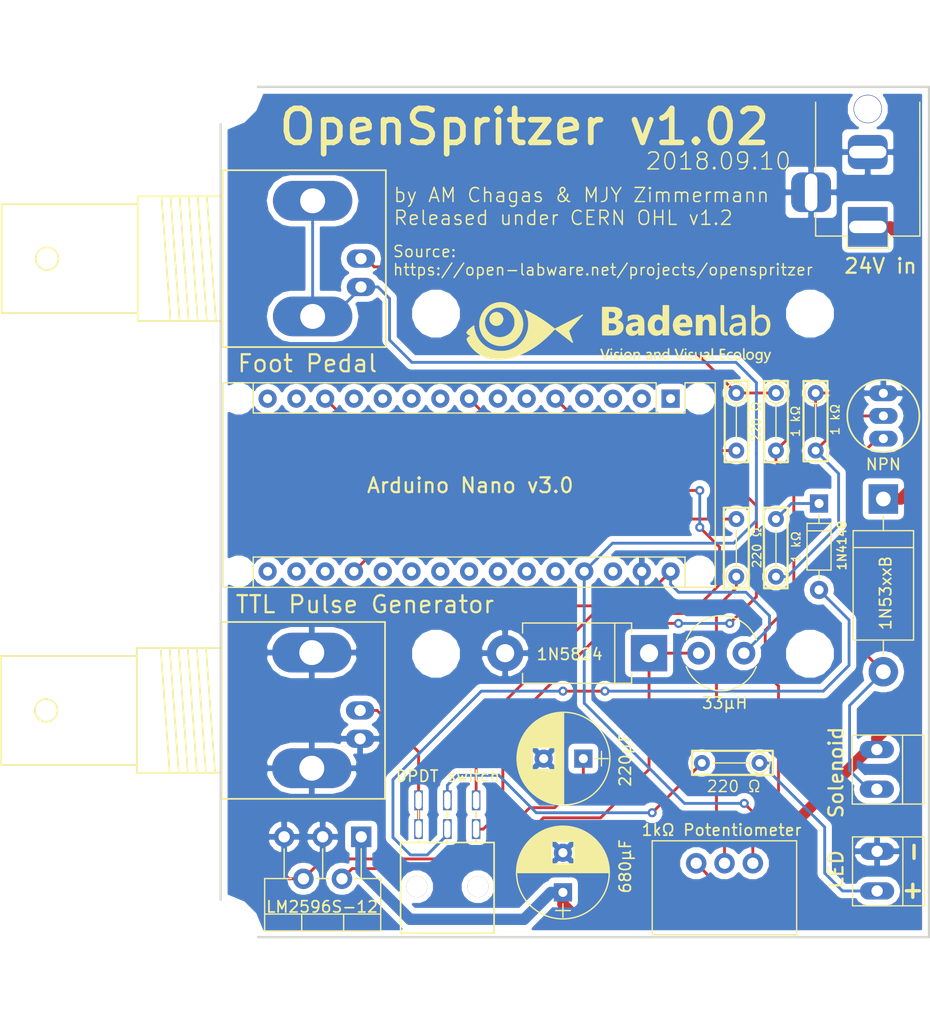
<source format=kicad_pcb>
(kicad_pcb (version 20171130) (host pcbnew "(5.0.0)")
  (layers (0 F.Cu signal) (31 B.Cu signal) (34 B.Paste user) (35 F.Paste user) (36 B.SilkS user) (37 F.SilkS user) (38 B.Mask user) (39 F.Mask user) (44 Edge.Cuts user))
  (net 0 "")
  (net 1 "Net-(A1-Pad16)")
  (net 2 "Net-(A1-Pad15)")
  (net 3 "Net-(A1-Pad30)")
  (net 4 "Net-(A1-Pad14)")
  (net 5 GNDREF)
  (net 6 "Net-(A1-Pad13)")
  (net 7 "Net-(A1-Pad28)")
  (net 8 "Net-(A1-Pad12)")
  (net 9 "Net-(A1-Pad27)")
  (net 10 "Net-(A1-Pad11)")
  (net 11 "Net-(A1-Pad26)")
  (net 12 "Net-(A1-Pad10)")
  (net 13 "Net-(A1-Pad25)")
  (net 14 "Net-(A1-Pad9)")
  (net 15 "Net-(A1-Pad24)")
  (net 16 "Net-(A1-Pad8)")
  (net 17 "Net-(A1-Pad23)")
  (net 18 "Net-(A1-Pad7)")
  (net 19 "Net-(A1-Pad22)")
  (net 20 "Net-(A1-Pad6)")
  (net 21 "Net-(A1-Pad21)")
  (net 22 "Net-(A1-Pad5)")
  (net 23 "Net-(A1-Pad20)")
  (net 24 "Net-(A1-Pad19)")
  (net 25 "Net-(A1-Pad3)")
  (net 26 "Net-(A1-Pad18)")
  (net 27 "Net-(A1-Pad2)")
  (net 28 "Net-(A1-Pad17)")
  (net 29 "Net-(A1-Pad1)")
  (net 30 "Net-(D1-Pad2)")
  (net 31 "Net-(D2-Pad2)")
  (net 32 "Net-(D2-Pad1)")
  (net 33 "Net-(D3-Pad2)")
  (net 34 "Net-(J1-Pad1)")
  (net 35 "Net-(Q1-Pad2)")
  (net 36 "Net-(R1-Pad1)")
  (net 37 "Net-(R2-Pad2)")
  (net 38 "Net-(C1-Pad1)")
  (net 39 "Net-(D4-Pad1)")
  (net 40 "Net-(A1-Pad4)")
  (net 41 "Net-(J4-Pad1)")
  (net 42 "Net-(Q1-Pad1)")
  (module Maxime:BarrelJack_Horizontal_maxime (layer F.Cu) (at 157.1 72.85 270)
    (fp_text reference "" hide)
    (fp_text value "24V in" (at 17.95 -1.125 180) (layer F.SilkS) (effects (font (size 1.3 1.3) (thickness 0.2))))
    (pad 3 thru_hole roundrect (at 11.45 5 270) (size 3.5 3.5) (drill oval 3.3 1.1) (layers *.Cu *.Mask) (net 5 GNDREF))
    (pad 2 thru_hole roundrect (at 7.9 0 270) (size 3 3.5) (drill oval 1.1 3.3) (layers *.Cu *.Mask) (net 5 GNDREF))
    (pad 1 thru_hole rect (at 14.5 0 270) (size 3.5 3.5) (drill oval 1.1 3.3) (layers *.Cu *.Mask) (net 38 "Net-(C1-Pad1)"))
    (pad 4 thru_hole circle (at 4.1 0 270) (size 2.5 2.5) (drill 2.4) (layers *.Cu *.Mask))
  )
  (module Maxime:Potentiometer (layer F.Cu) (at 144.45 143.5 270)
    (fp_text reference "" hide)
    (fp_text value "1kΩ Potentiometer" (at -2.95 0.25 180) (layer F.SilkS))
    (pad 3 thru_hole circle (at -0.02 -2.51 270) (size 1.8 1.8) (drill 1) (layers *.Cu *.Mask) (net 9 "Net-(A1-Pad27)"))
    (pad 2 thru_hole circle (at -0.02 -0.01 270) (size 1.8 1.8) (drill 1) (layers *.Cu *.Mask) (net 36 "Net-(R1-Pad1)"))
    (pad 1 thru_hole circle (at -0.02 2.49 270) (size 1.8 1.8) (drill 1) (layers *.Cu *.Mask) (net 42 "Net-(Q1-Pad1)"))
  )
  (module MountingHole:MountingHole_6.4mm_M6 (layer F.Cu) (at 100 150)
    (fp_text reference "" (at 0 -7.4) (layer F.SilkS))
    (fp_text value "")
    (pad 1 np_thru_hole circle (at 0 0) (size 6.4 6.4) (drill 6.4) (layers *.Cu *.Mask))
  )
  (module MountingHole:MountingHole_6.4mm_M6 (layer F.Cu) (at 100 75)
    (fp_text reference "" (at 0 -7.4) (layer F.SilkS))
    (fp_text value "")
    (pad 1 np_thru_hole circle (at 0 0) (size 6.4 6.4) (drill 6.4) (layers *.Cu *.Mask))
  )
  (module Maxime:OldSowjetaera_Transistor_Type-I_BigPads (layer F.Cu) (at 158.475 104.025 270)
    (fp_text reference "" hide)
    (fp_text value NPN (at 4.275 0 180) (layer F.SilkS))
    (pad 2 thru_hole oval (at 0 0 270) (size 1.4 2.5) (drill 0.8) (layers *.Cu *.Mask) (net 35 "Net-(Q1-Pad2)"))
    (pad 1 thru_hole oval (at -2 0 270) (size 1.4 2.5) (drill 0.8) (layers *.Cu *.Mask) (net 5 GNDREF))
    (pad 3 thru_hole oval (at 2 0 270) (size 1.4 2.5) (drill 0.8) (layers *.Cu *.Mask) (net 33 "Net-(D3-Pad2)"))
  )
  (module Diodes_THT:D_DO-201AD_P12.70mm_Horizontal (layer F.Cu) (at 137.8 124.95 180)
    (fp_text reference "" hide)
    (fp_text value 1N5824 (at 7 -0.1 180) (layer F.SilkS))
    (pad 1 thru_hole rect (at 0 0 180) (size 3.2 3.2) (drill 1.6) (layers *.Cu *.Mask) (net 39 "Net-(D4-Pad1)"))
    (pad 2 thru_hole oval (at 12.7 0 180) (size 3.2 3.2) (drill 1.6) (layers *.Cu *.Mask) (net 5 GNDREF))
  )
  (module Maxime:maxi_DPDT_Angled (layer F.Cu) (at 120 149.65)
    (fp_text reference "" hide)
    (fp_text value "DPDT switch" (at 0.05 -13.85 180) (layer F.SilkS))
    (pad 1 thru_hole rect (at -2.54 -11.72) (size 0.75 1.75) (drill oval 0.55 1.55) (layers *.Cu *.Mask) (net 41 "Net-(J4-Pad1)"))
    (pad 2 thru_hole rect (at 0 -11.72) (size 0.75 1.75) (drill oval 0.55 1.55) (layers *.Cu *.Mask) (net 37 "Net-(R2-Pad2)"))
    (pad 3 thru_hole rect (at 2.54 -11.72) (size 0.75 1.75) (drill oval 0.55 1.55) (layers *.Cu *.Mask) (net 6 "Net-(A1-Pad13)"))
    (pad 4 thru_hole rect (at -2.54 -9.18) (size 0.75 1.75) (drill oval 0.55 1.55) (layers *.Cu *.Mask) (net 41 "Net-(J4-Pad1)"))
    (pad 5 thru_hole rect (at 0 -9.18) (size 0.75 1.75) (drill oval 0.55 1.55) (layers *.Cu *.Mask) (net 31 "Net-(D2-Pad2)"))
    (pad 6 thru_hole rect (at 2.54 -9.18) (size 0.75 1.75) (drill oval 0.55 1.55) (layers *.Cu *.Mask) (net 16 "Net-(A1-Pad8)"))
    (pad 7 thru_hole circle (at -2.7 -4.1) (size 1.85 1.85) (drill 1.85) (layers *.Cu *.Mask))
    (pad 8 thru_hole circle (at 2.7 -4.1) (size 1.85 1.85) (drill 1.85) (layers *.Cu *.Mask))
  )
  (module Capacitors_THT:CP_Radial_D8.0mm_P3.50mm (layer F.Cu) (at 130.2 146.05 90)
    (fp_text reference "" hide)
    (fp_text value 680μF (at 2.3 5.5 90) (layer F.SilkS))
    (pad 1 thru_hole rect (at 0 0 90) (size 1.6 1.6) (drill 0.8) (layers *.Cu *.Mask) (net 38 "Net-(C1-Pad1)"))
    (pad 2 thru_hole circle (at 3.5 0 90) (size 1.6 1.6) (drill 0.8) (layers *.Cu *.Mask) (net 5 GNDREF))
  )
  (module Resistor_THT:R_Axial_DIN0204_L3.6mm_D1.6mm_P5.08mm_Vertical (layer F.Cu) (at 145.5 102 270)
    (fp_text reference "" (at 2.54 -1.92 270) (layer F.SilkS))
    (fp_text value "220 Ω" (at 2.55 -1.75 270) (layer F.SilkS) (effects (font (size 0.75 0.75) (thickness 0.125))))
    (pad 2 thru_hole oval (at 5.08 0 270) (size 1.4 1.4) (drill 0.7) (layers *.Cu *.Mask) (net 22 "Net-(A1-Pad5)"))
    (pad 1 thru_hole circle (at 0 0 270) (size 1.4 1.4) (drill 0.7) (layers *.Cu *.Mask) (net 34 "Net-(J1-Pad1)"))
  )
  (module Resistor_THT:R_Axial_DIN0204_L3.6mm_D1.6mm_P5.08mm_Vertical (layer F.Cu) (at 149 102 270)
    (fp_text reference "" (at 2.54 -1.92 270) (layer F.SilkS))
    (fp_text value "1 kΩ" (at 2.5 -1.725 270) (layer F.SilkS) (effects (font (size 0.75 0.75) (thickness 0.125))))
    (pad 2 thru_hole oval (at 5.08 0 270) (size 1.4 1.4) (drill 0.7) (layers *.Cu *.Mask) (net 42 "Net-(Q1-Pad1)"))
    (pad 1 thru_hole circle (at 0 0 270) (size 1.4 1.4) (drill 0.7) (layers *.Cu *.Mask) (net 34 "Net-(J1-Pad1)"))
  )
  (module Resistor_THT:R_Axial_DIN0204_L3.6mm_D1.6mm_P5.08mm_Vertical (layer F.Cu) (at 152.5 102 270)
    (fp_text reference "" (at 2.54 -1.92 270) (layer F.SilkS))
    (fp_text value "1 kΩ" (at 2.35 -1.725 270) (layer F.SilkS) (effects (font (size 0.75 0.75) (thickness 0.125))))
    (pad 2 thru_hole oval (at 5.08 0 270) (size 1.4 1.4) (drill 0.7) (layers *.Cu *.Mask) (net 35 "Net-(Q1-Pad2)"))
    (pad 1 thru_hole circle (at 0 0 270) (size 1.4 1.4) (drill 0.7) (layers *.Cu *.Mask) (net 42 "Net-(Q1-Pad1)"))
  )
  (module Resistor_THT:R_Axial_DIN0204_L3.6mm_D1.6mm_P5.08mm_Vertical (layer F.Cu) (at 149 118.2 90)
    (fp_text reference "" (at 2.54 -1.92 90) (layer F.SilkS))
    (fp_text value "1 kΩ" (at 2.625 1.775 270) (layer F.SilkS) (effects (font (size 0.75 0.75) (thickness 0.125))))
    (pad 2 thru_hole oval (at 5.08 0 90) (size 1.4 1.4) (drill 0.7) (layers *.Cu *.Mask) (net 32 "Net-(D2-Pad1)"))
    (pad 1 thru_hole circle (at 0 0 90) (size 1.4 1.4) (drill 0.7) (layers *.Cu *.Mask) (net 35 "Net-(Q1-Pad2)"))
  )
  (module Resistor_THT:R_Axial_DIN0204_L3.6mm_D1.6mm_P5.08mm_Vertical (layer F.Cu) (at 145.5 118.2 90)
    (fp_text reference "" (at 2.54 -1.92 90) (layer F.SilkS))
    (fp_text value "220 Ω" (at 2.55 1.825 270) (layer F.SilkS) (effects (font (size 0.75 0.75) (thickness 0.125))))
    (pad 2 thru_hole oval (at 5.08 0 90) (size 1.4 1.4) (drill 0.7) (layers *.Cu *.Mask) (net 24 "Net-(A1-Pad19)"))
    (pad 1 thru_hole circle (at 0 0 90) (size 1.4 1.4) (drill 0.7) (layers *.Cu *.Mask) (net 36 "Net-(R1-Pad1)"))
  )
  (module Capacitors_THT:CP_Radial_D8.0mm_P3.50mm (layer F.Cu) (at 132 134.25 180)
    (fp_text reference "" hide)
    (fp_text value 220μF (at -3.7 -0.1 90) (layer F.SilkS))
    (pad 2 thru_hole circle (at 3.5 0 180) (size 1.6 1.6) (drill 0.8) (layers *.Cu *.Mask) (net 5 GNDREF))
    (pad 1 thru_hole rect (at 0 0 180) (size 1.6 1.6) (drill 0.8) (layers *.Cu *.Mask) (net 3 "Net-(A1-Pad30)"))
  )
  (module Resistor_THT:R_Axial_DIN0204_L3.6mm_D1.6mm_P5.08mm_Vertical (layer F.Cu) (at 147.545479 134.63452 180)
    (fp_text reference "" (at 2.54 -1.92 180) (layer F.SilkS))
    (fp_text value "220 Ω" (at 2.270479 -2.06548 180) (layer F.SilkS) (effects (font (thickness 0.125))))
    (pad 2 thru_hole oval (at 5.08 0 180) (size 1.4 1.4) (drill 0.7) (layers *.Cu *.Mask) (net 37 "Net-(R2-Pad2)"))
    (pad 1 thru_hole circle (at 0 0 180) (size 1.4 1.4) (drill 0.7) (layers *.Cu *.Mask) (net 30 "Net-(D1-Pad2)"))
  )
  (module Mounting_Holes:MountingHole_3.2mm_M3 (layer F.Cu) (at 119 95)
    (fp_text reference "" hide)
    (fp_text value "")
    (pad 1 np_thru_hole circle (at 0 0) (size 3.2 3.2) (drill 3.2) (layers *.Cu *.Mask))
  )
  (module Mounting_Holes:MountingHole_3.2mm_M3 (layer F.Cu) (at 119 125 90)
    (fp_text reference "" hide)
    (fp_text value "")
    (pad 1 np_thru_hole circle (at 0 0 90) (size 3.2 3.2) (drill 3.2) (layers *.Cu *.Mask))
  )
  (module Maxime:maxi_PINHEAD1-2 (layer F.Cu) (at 158.925 142.425 270)
    (fp_text reference "" hide)
    (fp_text value LED (at 1.6 4.625 90) (layer F.SilkS) (effects (font (size 1.25 1.25) (thickness 0.2))))
    (pad 1 thru_hole oval (at 0 1 270) (size 1.51 3.01) (drill 1) (layers *.Cu *.Mask) (net 5 GNDREF))
    (pad 2 thru_hole oval (at 3.5 1 270) (size 1.51 3.01) (drill 1) (layers *.Cu *.Mask) (net 30 "Net-(D1-Pad2)"))
  )
  (module Maxime:maxi_PINHEAD1-2 (layer F.Cu) (at 158.9 133.45 270)
    (fp_text reference "" hide)
    (fp_text value Solenoid (at 2.025 4.6 90) (layer F.SilkS) (effects (font (size 1.25 1.25) (thickness 0.2))))
    (pad 2 thru_hole oval (at 3.5 1 270) (size 1.51 3.01) (drill 1) (layers *.Cu *.Mask) (net 33 "Net-(D3-Pad2)"))
    (pad 1 thru_hole oval (at 0 1 270) (size 1.51 3.01) (drill 1) (layers *.Cu *.Mask) (net 38 "Net-(C1-Pad1)"))
  )
  (module Maxime:BNC_Socket_TYCO-AMP_LargePads (layer F.Cu) (at 107.375 90.15 90)
    (fp_text reference "" (at 0.508 9.652 90) (layer F.SilkS))
    (fp_text value "Foot Pedal" (at -9.25 0.275 180) (layer F.SilkS) (effects (font (size 1.5 1.5) (thickness 0.2))))
    (pad 2 thru_hole oval (at -5.09778 0.7366 90) (size 3.50012 7.00024) (drill 2.19964) (layers *.Cu *.Mask) (net 9 "Net-(A1-Pad27)"))
    (pad 2 thru_hole oval (at 5.10032 0.7366 90) (size 3.50012 7.00024) (drill 2.19964) (layers *.Cu *.Mask) (net 9 "Net-(A1-Pad27)"))
    (pad 1 thru_hole oval (at 0 5.00126 90) (size 1.6002 2.49936) (drill 1.00076) (layers *.Cu *.Mask) (net 34 "Net-(J1-Pad1)"))
    (pad 2 thru_hole oval (at -2.49936 5.00126 90) (size 1.6002 2.49936) (drill 1.00076) (layers *.Cu *.Mask) (net 9 "Net-(A1-Pad27)"))
  )
  (module Modules:Arduino_Nano_WithMountingHoles (layer F.Cu) (at 139.7 102.5 270)
    (fp_text reference "" hide)
    (fp_text value "Arduino Nano v3.0" (at 7.65 17.675) (layer F.SilkS) (effects (font (size 1.3 1.3) (thickness 0.2))))
    (pad 1 thru_hole rect (at 0 0 270) (size 1.6 1.6) (drill 0.8) (layers *.Cu *.Mask) (net 29 "Net-(A1-Pad1)"))
    (pad 17 thru_hole oval (at 15.24 33.02 270) (size 1.6 1.6) (drill 0.8) (layers *.Cu *.Mask) (net 28 "Net-(A1-Pad17)"))
    (pad 2 thru_hole oval (at 0 2.54 270) (size 1.6 1.6) (drill 0.8) (layers *.Cu *.Mask) (net 27 "Net-(A1-Pad2)"))
    (pad 18 thru_hole oval (at 15.24 30.48 270) (size 1.6 1.6) (drill 0.8) (layers *.Cu *.Mask) (net 26 "Net-(A1-Pad18)"))
    (pad 3 thru_hole oval (at 0 5.08 270) (size 1.6 1.6) (drill 0.8) (layers *.Cu *.Mask) (net 25 "Net-(A1-Pad3)"))
    (pad 19 thru_hole oval (at 15.24 27.94 270) (size 1.6 1.6) (drill 0.8) (layers *.Cu *.Mask) (net 24 "Net-(A1-Pad19)"))
    (pad 4 thru_hole oval (at 0 7.62 270) (size 1.6 1.6) (drill 0.8) (layers *.Cu *.Mask) (net 40 "Net-(A1-Pad4)"))
    (pad 20 thru_hole oval (at 15.24 25.4 270) (size 1.6 1.6) (drill 0.8) (layers *.Cu *.Mask) (net 23 "Net-(A1-Pad20)"))
    (pad 5 thru_hole oval (at 0 10.16 270) (size 1.6 1.6) (drill 0.8) (layers *.Cu *.Mask) (net 22 "Net-(A1-Pad5)"))
    (pad 21 thru_hole oval (at 15.24 22.86 270) (size 1.6 1.6) (drill 0.8) (layers *.Cu *.Mask) (net 21 "Net-(A1-Pad21)"))
    (pad 6 thru_hole oval (at 0 12.7 270) (size 1.6 1.6) (drill 0.8) (layers *.Cu *.Mask) (net 20 "Net-(A1-Pad6)"))
    (pad 22 thru_hole oval (at 15.24 20.32 270) (size 1.6 1.6) (drill 0.8) (layers *.Cu *.Mask) (net 19 "Net-(A1-Pad22)"))
    (pad 7 thru_hole oval (at 0 15.24 270) (size 1.6 1.6) (drill 0.8) (layers *.Cu *.Mask) (net 18 "Net-(A1-Pad7)"))
    (pad 23 thru_hole oval (at 15.24 17.78 270) (size 1.6 1.6) (drill 0.8) (layers *.Cu *.Mask) (net 17 "Net-(A1-Pad23)"))
    (pad 8 thru_hole oval (at 0 17.78 270) (size 1.6 1.6) (drill 0.8) (layers *.Cu *.Mask) (net 16 "Net-(A1-Pad8)"))
    (pad 24 thru_hole oval (at 15.24 15.24 270) (size 1.6 1.6) (drill 0.8) (layers *.Cu *.Mask) (net 15 "Net-(A1-Pad24)"))
    (pad 9 thru_hole oval (at 0 20.32 270) (size 1.6 1.6) (drill 0.8) (layers *.Cu *.Mask) (net 14 "Net-(A1-Pad9)"))
    (pad 25 thru_hole oval (at 15.24 12.7 270) (size 1.6 1.6) (drill 0.8) (layers *.Cu *.Mask) (net 13 "Net-(A1-Pad25)"))
    (pad 10 thru_hole oval (at 0 22.86 270) (size 1.6 1.6) (drill 0.8) (layers *.Cu *.Mask) (net 12 "Net-(A1-Pad10)"))
    (pad 26 thru_hole oval (at 15.24 10.16 270) (size 1.6 1.6) (drill 0.8) (layers *.Cu *.Mask) (net 11 "Net-(A1-Pad26)"))
    (pad 11 thru_hole oval (at 0 25.4 270) (size 1.6 1.6) (drill 0.8) (layers *.Cu *.Mask) (net 10 "Net-(A1-Pad11)"))
    (pad 27 thru_hole oval (at 15.24 7.62 270) (size 1.6 1.6) (drill 0.8) (layers *.Cu *.Mask) (net 9 "Net-(A1-Pad27)"))
    (pad 12 thru_hole oval (at 0 27.94 270) (size 1.6 1.6) (drill 0.8) (layers *.Cu *.Mask) (net 8 "Net-(A1-Pad12)"))
    (pad 28 thru_hole oval (at 15.24 5.08 270) (size 1.6 1.6) (drill 0.8) (layers *.Cu *.Mask) (net 7 "Net-(A1-Pad28)"))
    (pad 13 thru_hole oval (at 0 30.48 270) (size 1.6 1.6) (drill 0.8) (layers *.Cu *.Mask) (net 6 "Net-(A1-Pad13)"))
    (pad 29 thru_hole oval (at 15.24 2.54 270) (size 1.6 1.6) (drill 0.8) (layers *.Cu *.Mask) (net 5 GNDREF))
    (pad 14 thru_hole oval (at 0 33.02 270) (size 1.6 1.6) (drill 0.8) (layers *.Cu *.Mask) (net 4 "Net-(A1-Pad14)"))
    (pad 30 thru_hole oval (at 15.24 0 270) (size 1.6 1.6) (drill 0.8) (layers *.Cu *.Mask) (net 3 "Net-(A1-Pad30)"))
    (pad 15 thru_hole oval (at 0 35.56 270) (size 1.6 1.6) (drill 0.8) (layers *.Cu *.Mask) (net 2 "Net-(A1-Pad15)"))
    (pad 16 thru_hole oval (at 15.24 35.56 270) (size 1.6 1.6) (drill 0.8) (layers *.Cu *.Mask) (net 1 "Net-(A1-Pad16)"))
    (pad "" np_thru_hole circle (at 0 -2.54 270) (size 1.78 1.78) (drill 1.78) (layers *.Cu *.Mask))
    (pad "" np_thru_hole circle (at 15.24 -2.54 270) (size 1.78 1.78) (drill 1.78) (layers *.Cu *.Mask))
    (pad "" np_thru_hole circle (at 15.24 38.1 270) (size 1.78 1.78) (drill 1.78) (layers *.Cu *.Mask))
    (pad "" np_thru_hole circle (at 0 38.1 270) (size 1.78 1.78) (drill 1.78) (layers *.Cu *.Mask))
  )
  (module Diodes_THT:D_DO-35_SOD27_P7.62mm_Horizontal (layer F.Cu) (at 152.8 111.75 270)
    (fp_text reference "" hide)
    (fp_text value 1N4148 (at 3.7 -2.025 270) (layer F.SilkS) (effects (font (size 0.75 0.75))))
    (pad 1 thru_hole rect (at 0 0 270) (size 1.6 1.6) (drill 0.8) (layers *.Cu *.Mask) (net 32 "Net-(D2-Pad1)"))
    (pad 2 thru_hole oval (at 7.62 0 270) (size 1.6 1.6) (drill 0.8) (layers *.Cu *.Mask) (net 31 "Net-(D2-Pad2)"))
  )
  (module Diodes_THT:D_DO-201_P15.24mm_Horizontal (layer F.Cu) (at 158.475 111.35 270)
    (fp_text reference "" hide)
    (fp_text value 1N53xxB (at 8.3 -0.2 270) (layer F.SilkS))
    (pad 1 thru_hole rect (at 0 0 270) (size 2.6 2.6) (drill 1.3) (layers *.Cu *.Mask) (net 38 "Net-(C1-Pad1)"))
    (pad 2 thru_hole oval (at 15.24 0 270) (size 2.6 2.6) (drill 1.3) (layers *.Cu *.Mask) (net 33 "Net-(D3-Pad2)"))
  )
  (module Mounting_Holes:MountingHole_3.2mm_M3 (layer F.Cu) (at 152 95)
    (fp_text reference "" (at 0 -4.2) (layer F.SilkS))
    (fp_text value "" hide)
    (pad 1 np_thru_hole circle (at 0 0) (size 3.2 3.2) (drill 3.2) (layers *.Cu *.Mask))
  )
  (module Inductors_THT:L_Radial_D6.0mm_P4.00mm (layer F.Cu) (at 146.175 124.95 180)
    (fp_text reference "" hide)
    (fp_text value 33μH (at 1.7 -4.4) (layer F.SilkS))
    (pad 1 thru_hole circle (at 0 0 180) (size 2 2) (drill 1) (layers *.Cu *.Mask) (net 3 "Net-(A1-Pad30)"))
    (pad 2 thru_hole circle (at 4 0 180) (size 2 2) (drill 1) (layers *.Cu *.Mask) (net 39 "Net-(D4-Pad1)"))
  )
  (module TO_SOT_Packages_THT:TO-220-5_Vertical_StaggeredType1 (layer F.Cu) (at 112.4 141.15 180)
    (fp_text reference "" hide)
    (fp_text value LM2596S-12 (at 3.45 -6.175) (layer F.SilkS))
    (pad 1 thru_hole rect (at 0 0 180) (size 1.8 1.8) (drill 1) (layers *.Cu *.Mask) (net 38 "Net-(C1-Pad1)"))
    (pad 2 thru_hole oval (at 1.7 -3.7 180) (size 1.8 1.8) (drill 1) (layers *.Cu *.Mask) (net 39 "Net-(D4-Pad1)"))
    (pad 3 thru_hole oval (at 3.4 0 180) (size 1.8 1.8) (drill 1) (layers *.Cu *.Mask) (net 5 GNDREF))
    (pad 4 thru_hole oval (at 5.1 -3.7 180) (size 1.8 1.8) (drill 1) (layers *.Cu *.Mask) (net 3 "Net-(A1-Pad30)"))
    (pad 5 thru_hole oval (at 6.8 0 180) (size 1.8 1.8) (drill 1) (layers *.Cu *.Mask) (net 5 GNDREF))
  )
  (module Mounting_Holes:MountingHole_3.2mm_M3 (layer F.Cu) (at 152 125)
    (fp_text reference "" hide)
    (fp_text value "")
    (pad 1 np_thru_hole circle (at 0 0) (size 3.2 3.2) (drill 3.2) (layers *.Cu *.Mask))
  )
  (module Maxime:BNC_Socket_TYCO-AMP_LargePads (layer F.Cu) (at 107.3 130 90)
    (fp_text reference "" (at 0.508 9.652 90) (layer F.SilkS))
    (fp_text value "TTL Pulse Generator" (at 9.35 5.425 180) (layer F.SilkS) (effects (font (size 1.5 1.5) (thickness 0.2))))
    (pad 2 thru_hole oval (at -2.49936 5.00126 90) (size 1.6002 2.49936) (drill 1.00076) (layers *.Cu *.Mask) (net 5 GNDREF))
    (pad 1 thru_hole oval (at 0 5.00126 90) (size 1.6002 2.49936) (drill 1.00076) (layers *.Cu *.Mask) (net 41 "Net-(J4-Pad1)"))
    (pad 2 thru_hole oval (at 5.10032 0.7366 90) (size 3.50012 7.00024) (drill 2.19964) (layers *.Cu *.Mask) (net 5 GNDREF))
    (pad 2 thru_hole oval (at -5.09778 0.7366 90) (size 3.50012 7.00024) (drill 2.19964) (layers *.Cu *.Mask) (net 5 GNDREF))
  )
  (module "Maxime:new_logo 2500" (layer F.Cu) (at 135.275 96.9)
    (fp_text reference "" hide)
    (fp_text value "" hide)
  )
  (gr_line (start 151.43 108.025) (end 151.43 100.95) (layer F.SilkS) (width 0.2))
  (gr_line (start 153.55 108.025) (end 151.45 108.025) (layer F.SilkS) (width 0.2))
  (gr_line (start 153.55 107.975) (end 153.55 108.025) (layer F.SilkS) (width 0.2))
  (gr_line (start 153.55 100.95) (end 153.55 107.975) (layer F.SilkS) (width 0.2))
  (gr_line (start 151.425 100.95) (end 153.55 100.95) (layer F.SilkS) (width 0.2))
  (gr_line (start 147.95 108.075) (end 147.95 100.975) (layer F.SilkS) (width 0.2))
  (gr_line (start 150.05 108.1) (end 148 108.1) (layer F.SilkS) (width 0.2))
  (gr_line (start 150.05 100.95) (end 150.05 108.075) (layer F.SilkS) (width 0.2))
  (gr_line (start 148 100.95) (end 150.05 100.95) (layer F.SilkS) (width 0.2))
  (gr_line (start 144.525 100.925) (end 144.475 100.925) (layer F.SilkS) (width 0.2))
  (gr_line (start 146.55 100.925) (end 144.525 100.925) (layer F.SilkS) (width 0.2))
  (gr_line (start 146.55 108.1) (end 146.55 100.925) (layer F.SilkS) (width 0.2))
  (gr_line (start 144.475 108.1) (end 146.55 108.1) (layer F.SilkS) (width 0.2))
  (gr_line (start 144.475 108.05) (end 144.475 108.1) (layer F.SilkS) (width 0.2))
  (gr_line (start 144.475 108.025) (end 144.475 108.05) (layer F.SilkS) (width 0.2))
  (gr_line (start 144.475 100.95) (end 144.475 108.025) (layer F.SilkS) (width 0.2))
  (gr_line (start 148.720479 135.68452) (end 141.620479 135.68452) (layer F.SilkS) (width 0.2))
  (gr_line (start 148.720479 135.65952) (end 148.720479 135.68452) (layer F.SilkS) (width 0.2))
  (gr_line (start 148.720479 133.55952) (end 148.720479 135.65952) (layer F.SilkS) (width 0.2))
  (gr_line (start 141.620479 133.55952) (end 148.695479 133.55952) (layer F.SilkS) (width 0.2))
  (gr_line (start 141.595479 135.68452) (end 141.595479 133.55952) (layer F.SilkS) (width 0.2))
  (gr_line (start 147.95 119.225) (end 147.925 112.125) (layer F.SilkS) (width 0.2))
  (gr_line (start 150.025 119.225) (end 147.95 119.225) (layer F.SilkS) (width 0.2))
  (gr_line (start 150.025 112.125) (end 150.025 119.225) (layer F.SilkS) (width 0.2))
  (gr_line (start 147.95 112.125) (end 150.025 112.125) (layer F.SilkS) (width 0.2))
  (gr_line (start 144.4 112.125) (end 146.6 112.125) (layer F.SilkS) (width 0.2))
  (gr_line (start 146.6 119.25) (end 146.6 112.15) (layer F.SilkS) (width 0.2))
  (gr_line (start 144.4 119.25) (end 146.6 119.25) (layer F.SilkS) (width 0.2))
  (gr_line (start 144.4 112.15) (end 144.4 119.25) (layer F.SilkS) (width 0.2))
  (gr_text 2018.09.10 (at 137.4 81.55) (layer F.SilkS) (effects (font (size 1.5 1.5) (thickness 0.125)) (justify left)))
  (gr_text "by AM Chagas & MJY Zimmermann\nReleased under CERN OHL v1.2" (at 115.175 85.55) (layer F.SilkS) (effects (font (size 1.25 1.25) (thickness 0.125)) (justify left)))
  (gr_text "Source:\nhttps://open-labware.net/projects/openspritzer" (at 115.125 90.325) (layer F.SilkS) (effects (font (size 1 1) (thickness 0.125)) (justify left)))
  (gr_text "OpenSpritzer v1.02\n\n" (at 126.8 80.95) (layer F.SilkS) (effects (font (size 3 3) (thickness 0.5))))
  (gr_line (start 100 75) (end 100 150) (layer Edge.Cuts) (width 0.2))
  (gr_line (start 100 75) (end 162.5 75) (layer Edge.Cuts) (width 0.2))
  (gr_line (start 162.5 75) (end 162.5 150) (layer Edge.Cuts) (width 0.2))
  (gr_line (start 100 150) (end 162.5 150) (layer Edge.Cuts) (width 0.2))
  (target plus (at 100.013005 150.025366) (size 5) (width 0.15) (layer Edge.Cuts))
  (gr_text + (at 161.075 145.8) (layer F.SilkS) (effects (font (size 1.5 1.5) (thickness 0.3))))
  (gr_text - (at 161.075 142.475 90) (layer F.SilkS) (effects (font (size 1.5 1.5) (thickness 0.3)) (justify mirror)))
  (segment (start 136.665 120.775) (end 139.7 117.74) (width 0.25) (layer F.Cu) (net 3))
  (segment (start 105.9 120.775) (end 136.665 120.775) (width 0.25) (layer F.Cu) (net 3))
  (segment (start 102.625 124.05) (end 105.9 120.775) (width 0.25) (layer F.Cu) (net 3))
  (segment (start 102.625 141.447792) (end 102.625 124.05) (width 0.25) (layer F.Cu) (net 3))
  (segment (start 107.3 144.85) (end 106.027208 144.85) (width 0.25) (layer F.Cu) (net 3))
  (segment (start 106.027208 144.85) (end 102.625 141.447792) (width 0.25) (layer F.Cu) (net 3))
  (segment (start 146.175 124.215) (end 146.175 124.95) (width 0.25) (layer F.Cu) (net 3))
  (segment (start 146.175 124.215) (end 146.175 124.95) (width 0.25) (layer B.Cu) (net 3))
  (segment (start 132 134.25) (end 132 136.05) (width 0.25) (layer F.Cu) (net 3))
  (segment (start 132 136.05) (end 129.475 138.575) (width 0.25) (layer F.Cu) (net 3))
  (segment (start 129.475 138.575) (end 127.275 138.575) (width 0.25) (layer F.Cu) (net 3))
  (segment (start 127.275 138.575) (end 122.75 143.1) (width 0.25) (layer F.Cu) (net 3))
  (segment (start 109.05 143.1) (end 107.3 144.85) (width 0.25) (layer F.Cu) (net 3))
  (segment (start 122.75 143.1) (end 109.05 143.1) (width 0.25) (layer F.Cu) (net 3))
  (segment (start 139.7 118.87137) (end 140.40363 119.575) (width 0.25) (layer B.Cu) (net 3))
  (segment (start 139.7 117.74) (end 139.7 118.87137) (width 0.25) (layer B.Cu) (net 3))
  (segment (start 140.40363 119.575) (end 146.35 119.575) (width 0.25) (layer B.Cu) (net 3))
  (segment (start 146.35 119.575) (end 148.425 121.65) (width 0.25) (layer B.Cu) (net 3))
  (segment (start 148.425 122.7) (end 146.175 124.95) (width 0.25) (layer B.Cu) (net 3))
  (segment (start 148.425 121.65) (end 148.425 122.7) (width 0.25) (layer B.Cu) (net 3))
  (segment (start 152.1 84.3) (end 152.1 86.15) (width 0.25) (layer F.Cu) (net 5))
  (segment (start 109.187166 101.007998) (end 143.974998 101.007998) (width 0.25) (layer B.Cu) (net 5))
  (segment (start 109.22 102.5) (end 117.32 110.6) (width 0.25) (layer F.Cu) (net 6))
  (segment (start 122.54 137.93) (end 122.54 131.735) (width 0.25) (layer F.Cu) (net 6))
  (segment (start 122.54 131.735) (end 129.7 124.575) (width 0.25) (layer F.Cu) (net 6))
  (segment (start 129.7 124.575) (end 129.725 124.575) (width 0.25) (layer F.Cu) (net 6))
  (segment (start 144.025 115.6) (end 142.275 113.85) (width 0.25) (layer F.Cu) (net 6))
  (segment (start 142.275 113.85) (end 142.275 113.85) (width 0.25) (layer F.Cu) (net 6))
  (via (at 142.275 113.85) (size 0.8) (drill 0.4) (layers F.Cu B.Cu) (net 6))
  (via (at 142.275 110.6) (size 0.8) (drill 0.4) (layers F.Cu B.Cu) (net 6))
  (segment (start 117.32 110.6) (end 142.275 110.6) (width 0.25) (layer F.Cu) (net 6))
  (segment (start 142.275 110.6) (end 142.275 113.85) (width 0.25) (layer B.Cu) (net 6))
  (segment (start 129.775 124.575) (end 132.9 121.45) (width 0.25) (layer F.Cu) (net 6))
  (segment (start 129.7 124.575) (end 129.775 124.575) (width 0.25) (layer F.Cu) (net 6))
  (segment (start 141.475 121.45) (end 144.025 118.9) (width 0.25) (layer F.Cu) (net 6))
  (segment (start 132.9 121.45) (end 141.475 121.45) (width 0.25) (layer F.Cu) (net 6))
  (segment (start 144.025 118.9) (end 144.025 115.6) (width 0.25) (layer F.Cu) (net 6))
  (segment (start 108.1116 87.04974) (end 108.1116 95.24778) (width 0.25) (layer B.Cu) (net 9))
  (segment (start 108.1116 85.04968) (end 108.1116 87.04974) (width 0.25) (layer B.Cu) (net 9))
  (segment (start 112.37626 92.73318) (end 112.37626 92.64936) (width 0.25) (layer B.Cu) (net 9))
  (segment (start 109.86166 95.24778) (end 112.37626 92.73318) (width 0.25) (layer B.Cu) (net 9))
  (segment (start 108.1116 95.24778) (end 109.86166 95.24778) (width 0.25) (layer B.Cu) (net 9))
  (segment (start 113.87594 92.64936) (end 114.9 93.67342) (width 0.25) (layer B.Cu) (net 9))
  (segment (start 112.37626 92.64936) (end 113.87594 92.64936) (width 0.25) (layer B.Cu) (net 9))
  (segment (start 114.9 93.67342) (end 114.9 97.325) (width 0.25) (layer B.Cu) (net 9))
  (segment (start 114.9 97.325) (end 116.875 99.3) (width 0.25) (layer B.Cu) (net 9))
  (segment (start 116.875 99.3) (end 145.475 99.3) (width 0.25) (layer B.Cu) (net 9))
  (segment (start 145.475 99.3) (end 147.275 101.1) (width 0.25) (layer B.Cu) (net 9))
  (segment (start 132.08 117.74) (end 132.08 129.38) (width 0.25) (layer B.Cu) (net 9))
  (segment (start 147.275 113.25) (end 147.275 107.325) (width 0.25) (layer B.Cu) (net 9))
  (segment (start 145.275 115.25) (end 147.275 113.25) (width 0.25) (layer B.Cu) (net 9))
  (segment (start 134.57 115.25) (end 145.275 115.25) (width 0.25) (layer B.Cu) (net 9))
  (segment (start 132.08 117.74) (end 134.57 115.25) (width 0.25) (layer B.Cu) (net 9))
  (segment (start 147.275 101.1) (end 147.275 107.325) (width 0.25) (layer B.Cu) (net 9))
  (segment (start 147.275 107.325) (end 147.275 107.475) (width 0.25) (layer B.Cu) (net 9))
  (segment (start 146.96 142.207208) (end 146.95 142.197208) (width 0.25) (layer F.Cu) (net 9))
  (segment (start 146.96 143.48) (end 146.96 142.207208) (width 0.25) (layer F.Cu) (net 9))
  (segment (start 146.95 142.197208) (end 146.95 138.975) (width 0.25) (layer F.Cu) (net 9))
  (segment (start 146.95 138.975) (end 146.95 138.95) (width 0.25) (layer F.Cu) (net 9))
  (segment (start 146.95 138.95) (end 146.2 138.2) (width 0.25) (layer F.Cu) (net 9))
  (segment (start 146.2 138.2) (end 146.175 138.175) (width 0.25) (layer F.Cu) (net 9))
  (via (at 146.2 138.2) (size 0.8) (drill 0.4) (layers F.Cu B.Cu) (net 9))
  (segment (start 132.08 129.38) (end 132.105 129.38) (width 0.25) (layer B.Cu) (net 9))
  (segment (start 140.925 138.2) (end 146.2 138.2) (width 0.25) (layer B.Cu) (net 9))
  (segment (start 132.105 129.38) (end 140.925 138.2) (width 0.25) (layer B.Cu) (net 9))
  (segment (start 121.92 102.5) (end 128.57 109.15) (width 0.25) (layer F.Cu) (net 16))
  (segment (start 123.165 140.47) (end 124.9 138.735) (width 0.25) (layer F.Cu) (net 16))
  (segment (start 122.54 140.47) (end 123.165 140.47) (width 0.25) (layer F.Cu) (net 16))
  (segment (start 124.9 138.735) (end 124.9 131.875) (width 0.25) (layer F.Cu) (net 16))
  (segment (start 124.9 131.875) (end 130.85 125.925) (width 0.25) (layer F.Cu) (net 16))
  (segment (start 130.85 125.925) (end 130.85 125.9) (width 0.25) (layer F.Cu) (net 16))
  (segment (start 130.85 125.9) (end 134.425 122.325) (width 0.25) (layer F.Cu) (net 16))
  (segment (start 128.57 109.15) (end 128.62 109.2) (width 0.25) (layer F.Cu) (net 16))
  (segment (start 128.62 109.2) (end 141.549999 109.2) (width 0.25) (layer F.Cu) (net 16))
  (segment (start 141.549999 109.2) (end 144.525 109.2) (width 0.25) (layer F.Cu) (net 16))
  (segment (start 144.525 109.2) (end 147.275 111.95) (width 0.25) (layer F.Cu) (net 16))
  (segment (start 147.275 111.95) (end 147.275 119.975) (width 0.25) (layer F.Cu) (net 16))
  (segment (start 147.275 119.975) (end 144.925 122.325) (width 0.25) (layer F.Cu) (net 16))
  (segment (start 134.425 122.325) (end 140.4 122.325) (width 0.25) (layer F.Cu) (net 16))
  (segment (start 140.4 122.325) (end 140.4 122.325) (width 0.25) (layer F.Cu) (net 16))
  (via (at 140.4 122.325) (size 0.8) (drill 0.4) (layers F.Cu B.Cu) (net 16))
  (segment (start 140.4 122.325) (end 140.965685 122.325) (width 0.25) (layer B.Cu) (net 16))
  (segment (start 140.965685 122.325) (end 144.95 122.325) (width 0.25) (layer B.Cu) (net 16))
  (segment (start 144.925 122.325) (end 144.925 122.325) (width 0.25) (layer F.Cu) (net 16))
  (via (at 144.925 122.325) (size 0.8) (drill 0.4) (layers F.Cu B.Cu) (net 16))
  (segment (start 134.12 107.08) (end 129.54 102.5) (width 0.25) (layer F.Cu) (net 22))
  (segment (start 145.5 107.08) (end 134.12 107.08) (width 0.25) (layer F.Cu) (net 22))
  (segment (start 116.38 113.12) (end 145.5 113.12) (width 0.25) (layer F.Cu) (net 24))
  (segment (start 111.76 117.74) (end 116.38 113.12) (width 0.25) (layer F.Cu) (net 24))
  (segment (start 147.545479 134.63452) (end 148.55952 134.63452) (width 0.25) (layer B.Cu) (net 30))
  (segment (start 148.55952 135.55452) (end 153.3 140.295) (width 0.25) (layer B.Cu) (net 30))
  (segment (start 148.55952 134.63452) (end 148.55952 135.55452) (width 0.25) (layer B.Cu) (net 30))
  (segment (start 153.3 140.295) (end 153.3 144.35) (width 0.25) (layer B.Cu) (net 30))
  (segment (start 154.875 145.925) (end 157.925 145.925) (width 0.25) (layer B.Cu) (net 30))
  (segment (start 153.3 144.35) (end 154.875 145.925) (width 0.25) (layer B.Cu) (net 30))
  (segment (start 152.8 119.37) (end 155.45 122.02) (width 0.25) (layer B.Cu) (net 31))
  (segment (start 155.45 122.02) (end 155.45 126.025) (width 0.25) (layer B.Cu) (net 31))
  (segment (start 155.45 126.025) (end 153.175 128.3) (width 0.25) (layer B.Cu) (net 31))
  (segment (start 153.175 128.3) (end 133.9 128.3) (width 0.25) (layer B.Cu) (net 31))
  (segment (start 133.9 128.3) (end 133.9 128.3) (width 0.25) (layer B.Cu) (net 31))
  (via (at 133.9 128.3) (size 0.8) (drill 0.4) (layers F.Cu B.Cu) (net 31))
  (segment (start 133.9 128.3) (end 133.334315 128.3) (width 0.25) (layer F.Cu) (net 31))
  (segment (start 133.334315 128.3) (end 130.2 128.3) (width 0.25) (layer F.Cu) (net 31))
  (segment (start 130.2 128.3) (end 130.2 128.3) (width 0.25) (layer F.Cu) (net 31))
  (via (at 130.2 128.3) (size 0.8) (drill 0.4) (layers F.Cu B.Cu) (net 31))
  (segment (start 120 140.97) (end 120 140.47) (width 0.25) (layer B.Cu) (net 31))
  (segment (start 123 128.3) (end 115.2 136.1) (width 0.25) (layer B.Cu) (net 31))
  (segment (start 130.2 128.3) (end 123 128.3) (width 0.25) (layer B.Cu) (net 31))
  (segment (start 115.2 136.1) (end 115.2 141.2) (width 0.25) (layer B.Cu) (net 31))
  (segment (start 115.2 141.2) (end 116.75 142.75) (width 0.25) (layer B.Cu) (net 31))
  (segment (start 116.75 142.75) (end 118.22 142.75) (width 0.25) (layer B.Cu) (net 31))
  (segment (start 118.22 142.75) (end 120 140.97) (width 0.25) (layer B.Cu) (net 31))
  (segment (start 150.37 111.75) (end 152.8 111.75) (width 0.25) (layer B.Cu) (net 32))
  (segment (start 149 113.12) (end 150.37 111.75) (width 0.25) (layer B.Cu) (net 32))
  (segment (start 157.925 106.025) (end 158.475 106.025) (width 0.25) (layer F.Cu) (net 33))
  (segment (start 156.225 107.725) (end 157.925 106.025) (width 0.25) (layer F.Cu) (net 33))
  (segment (start 156.225 124.34) (end 156.225 107.725) (width 0.25) (layer F.Cu) (net 33))
  (segment (start 158.475 126.59) (end 156.225 124.34) (width 0.25) (layer F.Cu) (net 33))
  (segment (start 157.175001 127.889999) (end 158.475 126.59) (width 0.25) (layer B.Cu) (net 33))
  (segment (start 155.49499 129.57001) (end 157.175001 127.889999) (width 0.25) (layer B.Cu) (net 33))
  (segment (start 155.49499 135.29499) (end 155.49499 129.57001) (width 0.25) (layer B.Cu) (net 33))
  (segment (start 157.15 136.95) (end 155.49499 135.29499) (width 0.25) (layer B.Cu) (net 33))
  (segment (start 157.9 136.95) (end 157.15 136.95) (width 0.25) (layer B.Cu) (net 33))
  (segment (start 146.489949 102) (end 149 102) (width 0.25) (layer F.Cu) (net 34))
  (segment (start 145.5 102) (end 146.489949 102) (width 0.25) (layer F.Cu) (net 34))
  (segment (start 112.82584 90.15) (end 113.55084 90.875) (width 0.25) (layer F.Cu) (net 34))
  (segment (start 112.37626 90.15) (end 112.82584 90.15) (width 0.25) (layer F.Cu) (net 34))
  (segment (start 134.375 90.875) (end 145.5 102) (width 0.25) (layer F.Cu) (net 34))
  (segment (start 113.55084 90.875) (end 134.375 90.875) (width 0.25) (layer F.Cu) (net 34))
  (segment (start 155.555 104.025) (end 152.5 107.08) (width 0.25) (layer F.Cu) (net 35))
  (segment (start 158.475 104.025) (end 155.555 104.025) (width 0.25) (layer F.Cu) (net 35))
  (segment (start 149.989949 118.2) (end 154.525 113.664949) (width 0.25) (layer B.Cu) (net 35))
  (segment (start 149 118.2) (end 149.989949 118.2) (width 0.25) (layer B.Cu) (net 35))
  (segment (start 154.525 109.105) (end 152.5 107.08) (width 0.25) (layer B.Cu) (net 35))
  (segment (start 154.525 113.664949) (end 154.525 109.105) (width 0.25) (layer B.Cu) (net 35))
  (segment (start 144.46 140.71) (end 144.46 143.48) (width 0.25) (layer F.Cu) (net 36))
  (segment (start 143.75 140) (end 144.46 140.71) (width 0.25) (layer F.Cu) (net 36))
  (segment (start 143.75 120.939949) (end 143.75 140) (width 0.25) (layer F.Cu) (net 36))
  (segment (start 145.5 118.2) (end 145.5 119.189949) (width 0.25) (layer F.Cu) (net 36))
  (segment (start 145.5 119.189949) (end 143.75 120.939949) (width 0.25) (layer F.Cu) (net 36))
  (segment (start 141.96548 134.63452) (end 142.465479 134.63452) (width 0.25) (layer F.Cu) (net 37))
  (segment (start 142.465479 134.63452) (end 141.76548 135.33452) (width 0.25) (layer F.Cu) (net 37))
  (segment (start 141.76548 135.33452) (end 138.075 139.025) (width 0.25) (layer F.Cu) (net 37))
  (segment (start 138.075 139.025) (end 138.075 139.025) (width 0.25) (layer F.Cu) (net 37))
  (via (at 138.075 139.025) (size 0.8) (drill 0.4) (layers F.Cu B.Cu) (net 37))
  (segment (start 137.025 139.025) (end 138.075 139.025) (width 0.25) (layer B.Cu) (net 37))
  (segment (start 127.85 139.025) (end 137.025 139.025) (width 0.25) (layer B.Cu) (net 37))
  (segment (start 124.55 135.725) (end 127.85 139.025) (width 0.25) (layer B.Cu) (net 37))
  (segment (start 120.875 135.725) (end 124.55 135.725) (width 0.25) (layer B.Cu) (net 37))
  (segment (start 120 137.93) (end 120 136.6) (width 0.25) (layer B.Cu) (net 37))
  (segment (start 120 136.6) (end 120.875 135.725) (width 0.25) (layer B.Cu) (net 37))
  (segment (start 160.025 111.35) (end 160.825 110.55) (width 1) (layer F.Cu) (net 38))
  (segment (start 158.475 111.35) (end 160.025 111.35) (width 1) (layer F.Cu) (net 38))
  (segment (start 157.9 132.445) (end 157.9 133.45) (width 1) (layer F.Cu) (net 38))
  (segment (start 160.825 129.52) (end 157.9 132.445) (width 1) (layer F.Cu) (net 38))
  (segment (start 160.825 110.55) (end 160.825 129.52) (width 1) (layer F.Cu) (net 38))
  (segment (start 112.375 144.1) (end 112.375 141.125) (width 1) (layer B.Cu) (net 38))
  (segment (start 116.7 148.425) (end 112.4 144.125) (width 1) (layer B.Cu) (net 38))
  (segment (start 126.775 148.425) (end 116.7 148.425) (width 1) (layer B.Cu) (net 38))
  (segment (start 130.2 146.05) (end 129.15 146.05) (width 1) (layer B.Cu) (net 38))
  (segment (start 129.15 146.05) (end 126.775 148.425) (width 1) (layer B.Cu) (net 38))
  (segment (start 157.15 133.45) (end 157.9 133.45) (width 0.25) (layer F.Cu) (net 38))
  (segment (start 150.75 139.85) (end 157.15 133.45) (width 1) (layer F.Cu) (net 38))
  (segment (start 150.75 143.65) (end 150.75 139.85) (width 1) (layer F.Cu) (net 38))
  (segment (start 130.2 147.1) (end 131.7 148.6) (width 1) (layer F.Cu) (net 38))
  (segment (start 130.2 146.05) (end 130.2 147.1) (width 1) (layer F.Cu) (net 38))
  (segment (start 131.7 148.6) (end 148.525 148.6) (width 1) (layer F.Cu) (net 38))
  (segment (start 150.75 146.375) (end 150.75 143.65) (width 1) (layer F.Cu) (net 38))
  (segment (start 148.525 148.6) (end 150.75 146.375) (width 1) (layer F.Cu) (net 38))
  (segment (start 160.825 89.075) (end 160.825 110.55) (width 1) (layer F.Cu) (net 38))
  (segment (start 159.1 87.35) (end 160.825 89.075) (width 1) (layer F.Cu) (net 38))
  (segment (start 157.1 87.35) (end 159.1 87.35) (width 1) (layer F.Cu) (net 38))
  (segment (start 137.8 135.2) (end 137.8 124.95) (width 0.25) (layer F.Cu) (net 39))
  (segment (start 139.65 124.95) (end 142.175 124.95) (width 0.25) (layer F.Cu) (net 39))
  (segment (start 137.8 124.95) (end 139.65 124.95) (width 0.25) (layer F.Cu) (net 39))
  (segment (start 111.599999 143.950001) (end 123.999999 143.950001) (width 0.25) (layer F.Cu) (net 39))
  (segment (start 110.7 144.85) (end 111.599999 143.950001) (width 0.25) (layer F.Cu) (net 39))
  (segment (start 123.999999 143.950001) (end 128.475 139.475) (width 0.25) (layer F.Cu) (net 39))
  (segment (start 133.525 139.475) (end 137.8 135.2) (width 0.25) (layer F.Cu) (net 39))
  (segment (start 128.475 139.475) (end 133.525 139.475) (width 0.25) (layer F.Cu) (net 39))
  (segment (start 117.46 136.805) (end 117.46 137.93) (width 0.25) (layer F.Cu) (net 41))
  (segment (start 117.46 133.65906) (end 117.46 136.805) (width 0.25) (layer F.Cu) (net 41))
  (segment (start 113.80094 130) (end 117.46 133.65906) (width 0.25) (layer F.Cu) (net 41))
  (segment (start 112.30126 130) (end 113.80094 130) (width 0.25) (layer F.Cu) (net 41))
  (segment (start 117.46 137.93) (end 117.46 140.47) (width 0.25) (layer F.Cu) (net 41))
  (segment (start 152.5 103.58) (end 152.5 102) (width 0.25) (layer F.Cu) (net 42))
  (segment (start 149 107.08) (end 152.5 103.58) (width 0.25) (layer F.Cu) (net 42))
  (segment (start 158.45 102) (end 158.475 102.025) (width 0.25) (layer F.Cu) (net 42))
  (segment (start 152.5 102) (end 155.425 102) (width 0.25) (layer F.Cu) (net 42))
  (segment (start 149 108.069949) (end 150.575 109.644949) (width 0.25) (layer F.Cu) (net 42))
  (segment (start 149 107.08) (end 149 108.069949) (width 0.25) (layer F.Cu) (net 42))
  (segment (start 150.575 109.644949) (end 150.575 120.4) (width 0.25) (layer F.Cu) (net 42))
  (segment (start 150.575 120.4) (end 148.05 122.925) (width 0.25) (layer F.Cu) (net 42))
  (segment (start 142.859999 144.379999) (end 142.859999 144.409999) (width 0.25) (layer F.Cu) (net 42))
  (segment (start 141.96 143.48) (end 142.859999 144.379999) (width 0.25) (layer F.Cu) (net 42))
  (segment (start 142.859999 144.409999) (end 144.65 146.2) (width 0.25) (layer F.Cu) (net 42))
  (segment (start 144.65 146.2) (end 147.825 146.2) (width 0.25) (layer F.Cu) (net 42))
  (segment (start 147.825 146.2) (end 149.225 144.8) (width 0.25) (layer F.Cu) (net 42))
  (segment (start 149.225 127.85) (end 148.05 126.675) (width 0.25) (layer F.Cu) (net 42))
  (segment (start 149.225 144.8) (end 149.225 127.85) (width 0.25) (layer F.Cu) (net 42))
  (segment (start 148.05 122.925) (end 148.05 126.675) (width 0.25) (layer F.Cu) (net 42))
  (segment (start 155.425 102) (end 158.45 102) (width 0.25) (layer F.Cu) (net 42))
  (zone (net 5) (net_name GNDREF) (layer B.Cu) (connect_pads (clearance 0.508)) (min_thickness 0.254) (fill yes (arc_segments 16) (thermal_gap 0.508) (thermal_bridge_width 0.508))
    (polygon (pts (xy 100.1 149.9) (xy 100.1 75.1) (xy 162.4 75.05) (xy 162.4 149.95)))
  )
)
</source>
